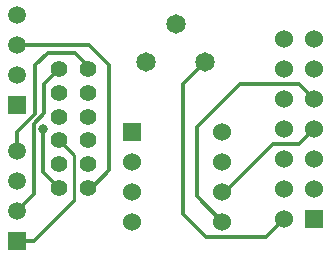
<source format=gbl>
G04 Layer_Physical_Order=2*
G04 Layer_Color=16711680*
%FSLAX25Y25*%
%MOIN*%
G70*
G01*
G75*
%ADD10C,0.01000*%
%ADD11C,0.01200*%
%ADD12C,0.01400*%
%ADD13C,0.06000*%
%ADD14R,0.06000X0.06000*%
%ADD15C,0.06500*%
%ADD16C,0.05905*%
%ADD17R,0.05905X0.05905*%
%ADD18C,0.05512*%
%ADD19C,0.03200*%
D10*
X27200Y21900D02*
Y37042D01*
X22179Y42063D02*
X27200Y37042D01*
D11*
X76600Y25000D02*
X77600D01*
D12*
X82500Y61000D02*
X102100D01*
X68100Y46600D02*
X82500Y61000D01*
X68100Y23500D02*
Y46600D01*
X13800Y8500D02*
X27200Y21900D01*
X8100Y8500D02*
X13800D01*
X17000Y31494D02*
X22179Y26315D01*
X17000Y31494D02*
Y45800D01*
X13800Y47600D02*
X17347Y51147D01*
X13800Y24200D02*
Y47600D01*
X8100Y18500D02*
X13800Y24200D01*
X8100Y44728D02*
X14300Y50928D01*
X8100Y38500D02*
Y44728D01*
X14300Y50928D02*
Y67100D01*
X17347Y51147D02*
Y60853D01*
X32021Y65685D02*
Y66779D01*
X27600Y71200D02*
X32021Y66779D01*
X18400Y71200D02*
X27600D01*
X14300Y67100D02*
X18400Y71200D01*
X8100Y74000D02*
X32100D01*
X39000Y67100D01*
Y32200D02*
Y67100D01*
X33115Y26315D02*
X39000Y32200D01*
X32021Y26315D02*
X33115D01*
X17347Y60853D02*
X22179Y65685D01*
X63600Y60858D02*
X70942Y68201D01*
X63600Y17500D02*
Y60858D01*
Y17500D02*
X71100Y10000D01*
X91100D01*
X97100Y16000D01*
X93600Y41000D02*
X102100D01*
X77600Y25000D02*
X93600Y41000D01*
X102100Y61000D02*
X107100Y56000D01*
X68100Y23500D02*
X76600Y15000D01*
X102100Y41000D02*
X107100Y46000D01*
D13*
Y56000D02*
D03*
Y76000D02*
D03*
Y66000D02*
D03*
X97100D02*
D03*
Y76000D02*
D03*
Y56000D02*
D03*
Y16000D02*
D03*
Y26000D02*
D03*
Y46000D02*
D03*
Y36000D02*
D03*
X107100D02*
D03*
Y46000D02*
D03*
Y26000D02*
D03*
X46600Y35000D02*
D03*
Y15000D02*
D03*
Y25000D02*
D03*
X76600D02*
D03*
Y15000D02*
D03*
Y35000D02*
D03*
Y45000D02*
D03*
D14*
X107100Y16000D02*
D03*
X46600Y45000D02*
D03*
D15*
X51257Y68201D02*
D03*
X70942D02*
D03*
X61100Y80799D02*
D03*
D16*
X8100Y84000D02*
D03*
Y74000D02*
D03*
Y64000D02*
D03*
Y38500D02*
D03*
Y28500D02*
D03*
Y18500D02*
D03*
D17*
Y54000D02*
D03*
Y8500D02*
D03*
D18*
X22179Y34189D02*
D03*
Y26315D02*
D03*
Y42063D02*
D03*
Y49937D02*
D03*
Y57811D02*
D03*
Y65685D02*
D03*
X32021D02*
D03*
Y57811D02*
D03*
Y49937D02*
D03*
Y42063D02*
D03*
Y26315D02*
D03*
Y34189D02*
D03*
D19*
X17000Y45800D02*
D03*
M02*

</source>
